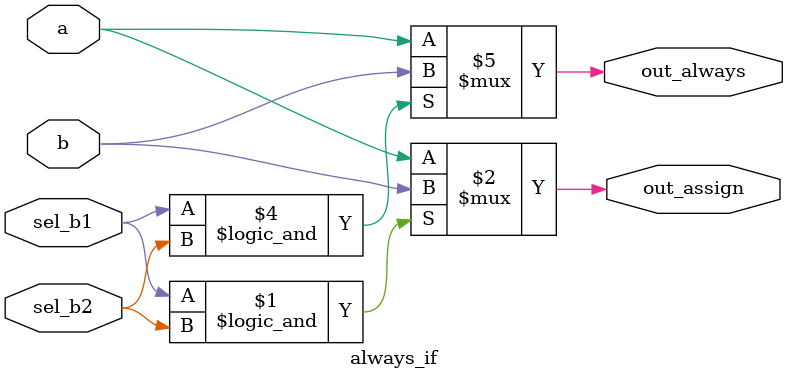
<source format=v>
module always_if(
                 input       a,
                 input       b,
                 input       sel_b1,
                 input       sel_b2,
                 output wire out_assign,
                 output reg  out_always   ); 

    assign out_assign = (sel_b1 && sel_b2) ? b : a;
    always @(*) 
      out_always = (sel_b1 && sel_b2) ? b : a;
    
endmodule

</source>
